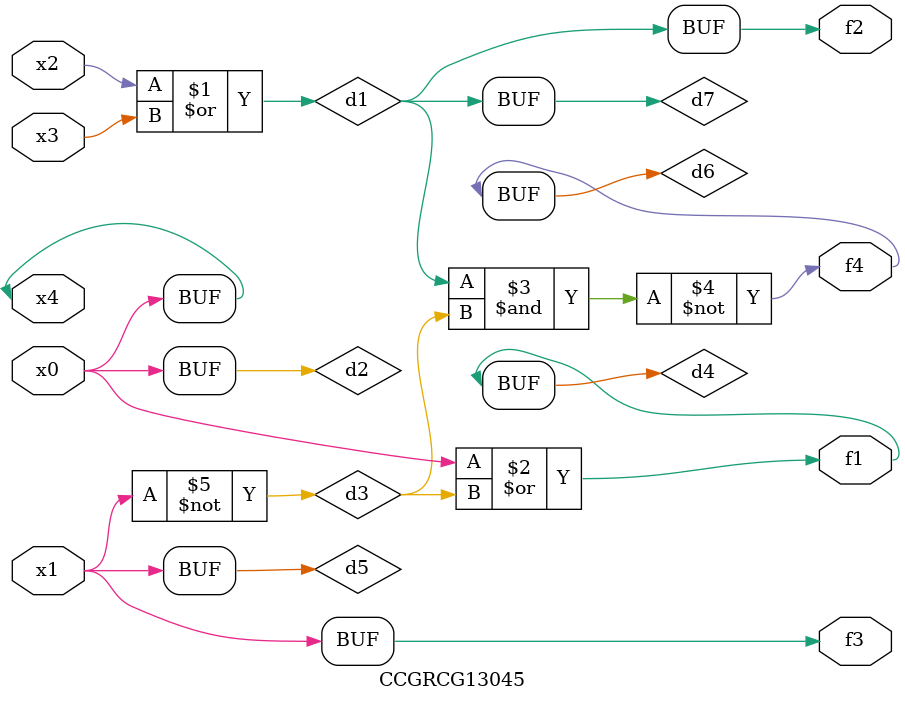
<source format=v>
module CCGRCG13045(
	input x0, x1, x2, x3, x4,
	output f1, f2, f3, f4
);

	wire d1, d2, d3, d4, d5, d6, d7;

	or (d1, x2, x3);
	buf (d2, x0, x4);
	not (d3, x1);
	or (d4, d2, d3);
	not (d5, d3);
	nand (d6, d1, d3);
	or (d7, d1);
	assign f1 = d4;
	assign f2 = d7;
	assign f3 = d5;
	assign f4 = d6;
endmodule

</source>
